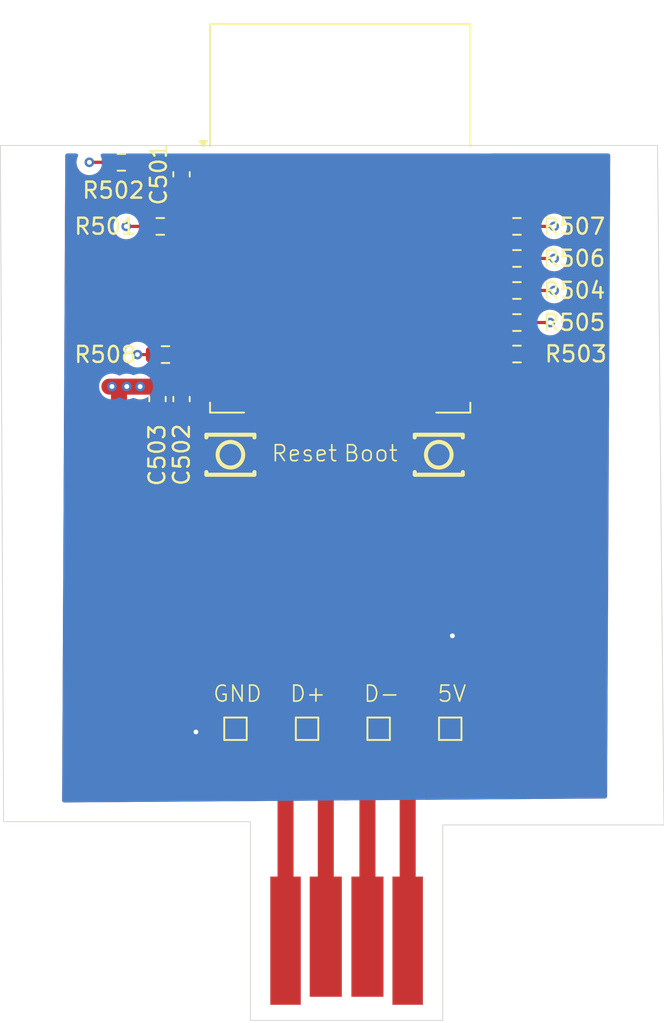
<source format=kicad_pcb>
(kicad_pcb (version 20240108) (generator "pcbnew") (generator_version "8.0")
  (layers (0 "F.Cu" signal) (1 "In1.Cu" power "Ground") (2 "In2.Cu" power "Power") (31 "B.Cu" signal) (34 "B.Paste" user) (35 "F.Paste" user) (36 "B.SilkS" user "B.Silkscreen") (37 "F.SilkS" user "F.Silkscreen") (38 "B.Mask" user) (39 "F.Mask" user) (44 "Edge.Cuts" user))
  (net 0 "")
  (net 1 "Net-(U2-D-)")
  (net 2 "GND")
  (net 3 "Net-(U2-5V)")
  (net 5 "/ESP12F/TXD")
  (net 6 "/ESP12F/3V3")
  (net 8 "/ESP12F/ONEW")
  (net 11 "Net-(U501-GPIO2)")
  (net 12 "/ESP12F/BOOT")
  (net 16 "Net-(U501-GPIO15)")
  (net 18 "/ESP12F/SCL")
  (net 19 "/ESP12F/RXD")
  (net 20 "Net-(U501-EN)")
  (net 21 "/ESP12F/SDA")
  (net 22 "/ESP12F/RST")
  (footprint "RF_Module:ESP-12E" (layer "F.Cu") (at 40.4 28.95)
    (property "Reference" "U501" (hide yes))
    (property "Value" "ESP-12F")
    (fp_line (start -8.12 -12.12) (end 8.12 -12.12) (stroke (width 0.12)) (layer "F.SilkS"))
    (fp_line (start -8.12 -4.5) (end -8.12 -12.12) (stroke (width 0.12)) (layer "F.SilkS"))
    (fp_line (start -8.12 12.12) (end -8.12 11.5) (stroke (width 0.12)) (layer "F.SilkS"))
    (fp_line (start -6 12.12) (end -8.12 12.12) (stroke (width 0.12)) (layer "F.SilkS"))
    (fp_line (start 8.12 -12.12) (end 8.12 -4.5) (stroke (width 0.12)) (layer "F.SilkS"))
    (fp_line (start 8.12 11.5) (end 8.12 12.12) (stroke (width 0.12)) (layer "F.SilkS"))
    (fp_line (start 8.12 12.12) (end 6 12.12) (stroke (width 0.12)) (layer "F.SilkS"))
    (fp_poly (pts (xy -8.55 -4.5) (xy -8.79 -4.836) (xy -8.31 -4.836) (xy -8.55 -4.5)) (stroke (width 0.12)) (fill solid) (layer "F.SilkS"))
    (pad "1" smd rect (at -7.6 -3.5) (size 2.5 1) (layers "F.Cu" "F.Paste" "F.Mask") (net 22 "/ESP12F/RST"))
    (pad "2" smd rect (at -7.6 -1.5) (size 2.5 1) (layers "F.Cu" "F.Paste" "F.Mask"))
    (pad "3" smd rect (at -7.6 0.5) (size 2.5 1) (layers "F.Cu" "F.Paste" "F.Mask") (net 20 "Net-(U501-EN)"))
    (pad "4" smd rect (at -7.6 2.5) (size 2.5 1) (layers "F.Cu" "F.Paste" "F.Mask"))
    (pad "5" smd rect (at -7.6 4.5) (size 2.5 1) (layers "F.Cu" "F.Paste" "F.Mask"))
    (pad "6" smd rect (at -7.6 6.5) (size 2.5 1) (layers "F.Cu" "F.Paste" "F.Mask"))
    (pad "7" smd rect (at -7.6 8.5) (size 2.5 1) (layers "F.Cu" "F.Paste" "F.Mask") (net 8 "/ESP12F/ONEW"))
    (pad "8" smd rect (at -7.6 10.5) (size 2.5 1) (layers "F.Cu" "F.Paste" "F.Mask") (net 6 "/ESP12F/3V3"))
    (pad "9" smd rect (at -5 12) (size 1 1.8) (layers "F.Cu" "F.Paste" "F.Mask"))
    (pad "10" smd rect (at -3 12) (size 1 1.8) (layers "F.Cu" "F.Paste" "F.Mask"))
    (pad "11" smd rect (at -1 12) (size 1 1.8) (layers "F.Cu" "F.Paste" "F.Mask"))
    (pad "12" smd rect (at 1 12) (size 1 1.8) (layers "F.Cu" "F.Paste" "F.Mask"))
    (pad "13" smd rect (at 3 12) (size 1 1.8) (layers "F.Cu" "F.Paste" "F.Mask"))
    (pad "14" smd rect (at 5 12) (size 1 1.8) (layers "F.Cu" "F.Paste" "F.Mask"))
    (pad "15" smd rect (at 7.6 10.5) (size 2.5 1) (layers "F.Cu" "F.Paste" "F.Mask") (net 2 "GND"))
    (pad "16" smd rect (at 7.6 8.5) (size 2.5 1) (layers "F.Cu" "F.Paste" "F.Mask") (net 16 "Net-(U501-GPIO15)"))
    (pad "17" smd rect (at 7.6 6.5) (size 2.5 1) (layers "F.Cu" "F.Paste" "F.Mask") (net 11 "Net-(U501-GPIO2)"))
    (pad "18" smd rect (at 7.6 4.5) (size 2.5 1) (layers "F.Cu" "F.Paste" "F.Mask") (net 12 "/ESP12F/BOOT"))
    (pad "19" smd rect (at 7.6 2.5) (size 2.5 1) (layers "F.Cu" "F.Paste" "F.Mask") (net 21 "/ESP12F/SDA"))
    (pad "20" smd rect (at 7.6 0.5) (size 2.5 1) (layers "F.Cu" "F.Paste" "F.Mask") (net 18 "/ESP12F/SCL"))
    (pad "21" smd rect (at 7.6 -1.5) (size 2.5 1) (layers "F.Cu" "F.Paste" "F.Mask") (net 19 "/ESP12F/RXD"))
    (pad "22" smd rect (at 7.6 -3.5) (size 2.5 1) (layers "F.Cu" "F.Paste" "F.Mask") (net 5 "/ESP12F/TXD"))
    (zone (net 0) (net_name "") (layers "*.Cu") (connect_pads (clearance 0)) (min_thickness 0.254)
      (keepout (tracks not_allowed) (vias not_allowed) (pads not_allowed) (copperpour not_allowed) (footprints not_allowed))
      (fill (thermal_gap 0.508) (thermal_bridge_width 0.508))
      (polygon (pts (xy 32.28 24.15) (xy 48.52 24.15) (xy 48.52 16.83) (xy 32.28 16.83)))
    )
  )
  (footprint "Resistor_SMD:R_0603_1608Metric" (layer "F.Cu") (at 51.425 31.45 180)
    (property "Reference" "R506" (at -3.575 0 0) (layer "F.SilkS"))
    (property "Value" "4.7k")
    (fp_line (start -0.237258 0.5225) (end 0.237258 0.5225) (stroke (width 0.12)) (layer "F.SilkS"))
    (fp_line (start -0.237258 -0.5225) (end 0.237258 -0.5225) (stroke (width 0.12)) (layer "F.SilkS"))
    (pad "1" smd roundrect (at -0.825 0 180) (size 0.8 0.95) (layers "F.Cu" "F.Paste" "F.Mask") (net 6 "/ESP12F/3V3"))
    (pad "2" smd roundrect (at 0.825 0 180) (size 0.8 0.95) (layers "F.Cu" "F.Paste" "F.Mask") (net 21 "/ESP12F/SDA"))
  )
  (footprint "TestPoint:TestPoint_Pad_1.0x1.0mm" (layer "F.Cu") (at 42.8 60.8)
    (property "Reference" "TP3" (hide yes))
    (property "Value" "TestPoint")
    (fp_line (start -0.7 -0.7) (end 0.7 -0.7) (stroke (width 0.12)) (layer "F.SilkS"))
    (fp_line (start -0.7 0.7) (end -0.7 -0.7) (stroke (width 0.12)) (layer "F.SilkS"))
    (fp_line (start 0.7 -0.7) (end 0.7 0.7) (stroke (width 0.12)) (layer "F.SilkS"))
    (fp_line (start 0.7 0.7) (end -0.7 0.7) (stroke (width 0.12)) (layer "F.SilkS"))
    (pad "1" smd rect (at 0 0) (size 1 1) (layers "F.Cu" "F.Mask") (net 1 "Net-(U2-D-)"))
  )
  (footprint "Capacitor_SMD:C_0603_1608Metric" (layer "F.Cu") (at 30.5 26.2 90)
    (property "Reference" "C501" (at 0 -1.43 90) (layer "F.SilkS"))
    (property "Value" "470pf")
    (fp_line (start -0.14058 -0.51) (end 0.14058 -0.51) (stroke (width 0.12)) (layer "F.SilkS"))
    (fp_line (start -0.14058 0.51) (end 0.14058 0.51) (stroke (width 0.12)) (layer "F.SilkS"))
    (pad "1" smd roundrect (at -0.775 0 90) (size 0.9 0.95) (layers "F.Cu" "F.Paste" "F.Mask") (net 2 "GND"))
    (pad "2" smd roundrect (at 0.775 0 90) (size 0.9 0.95) (layers "F.Cu" "F.Paste" "F.Mask") (net 22 "/ESP12F/RST"))
  )
  (footprint "easyeda2kicad:usb-PCB" (layer "F.Cu") (at 40.8 78.925)
    (property "Reference" "U2" (hide yes))
    (property "Value" "~" (hide yes))
    (pad "1" connect rect (at 3.81 -4.9) (size 1.9 8) (layers "F.Cu" "F.Mask") (net 6 "/ESP12F/3V3"))
    (pad "2" connect rect (at 1.3 -5.15) (size 2 7.5) (layers "F.Cu" "F.Mask") (net 1 "Net-(U2-D-)"))
    (pad "3" connect rect (at -1.3 -5.15) (size 2 7.5) (layers "F.Cu" "F.Mask") (net 3 "Net-(U2-5V)"))
    (pad "4" connect rect (at -3.81 -4.9) (size 1.9 8) (layers "F.Cu" "F.Mask") (net 2 "GND"))
  )
  (footprint "Resistor_SMD:R_0603_1608Metric" (layer "F.Cu") (at 51.425 33.45 180)
    (property "Reference" "R504" (at -3.575 0 0) (layer "F.SilkS"))
    (property "Value" "10k")
    (fp_line (start -0.237258 0.5225) (end 0.237258 0.5225) (stroke (width 0.12)) (layer "F.SilkS"))
    (fp_line (start -0.237258 -0.5225) (end 0.237258 -0.5225) (stroke (width 0.12)) (layer "F.SilkS"))
    (pad "1" smd roundrect (at -0.825 0 180) (size 0.8 0.95) (layers "F.Cu" "F.Paste" "F.Mask") (net 6 "/ESP12F/3V3"))
    (pad "2" smd roundrect (at 0.825 0 180) (size 0.8 0.95) (layers "F.Cu" "F.Paste" "F.Mask") (net 12 "/ESP12F/BOOT"))
  )
  (footprint "Resistor_SMD:R_0603_1608Metric" (layer "F.Cu") (at 29.175 29.45)
    (property "Reference" "R501" (at -3.425 0 0) (layer "F.SilkS"))
    (property "Value" "10k")
    (fp_line (start -0.237258 -0.5225) (end 0.237258 -0.5225) (stroke (width 0.12)) (layer "F.SilkS"))
    (fp_line (start -0.237258 0.5225) (end 0.237258 0.5225) (stroke (width 0.12)) (layer "F.SilkS"))
    (pad "1" smd roundrect (at -0.825 0) (size 0.8 0.95) (layers "F.Cu" "F.Paste" "F.Mask") (net 6 "/ESP12F/3V3"))
    (pad "2" smd roundrect (at 0.825 0) (size 0.8 0.95) (layers "F.Cu" "F.Paste" "F.Mask") (net 20 "Net-(U501-EN)"))
  )
  (footprint "Capacitor_SMD:C_0603_1608Metric" (layer "F.Cu") (at 30.5 40.225 -90)
    (property "Reference" "C502" (at 3.475 0 90) (layer "F.SilkS"))
    (property "Value" "10uf")
    (fp_line (start -0.14058 0.51) (end 0.14058 0.51) (stroke (width 0.12)) (layer "F.SilkS"))
    (fp_line (start -0.14058 -0.51) (end 0.14058 -0.51) (stroke (width 0.12)) (layer "F.SilkS"))
    (pad "1" smd roundrect (at -0.775 0 270) (size 0.9 0.95) (layers "F.Cu" "F.Paste" "F.Mask") (net 6 "/ESP12F/3V3"))
    (pad "2" smd roundrect (at 0.775 0 270) (size 0.9 0.95) (layers "F.Cu" "F.Paste" "F.Mask") (net 2 "GND"))
  )
  (footprint "Resistor_SMD:R_0603_1608Metric" (layer "F.Cu") (at 51.428507 37.41539)
    (property "Reference" "R503" (at 3.675 0 0) (layer "F.SilkS"))
    (property "Value" "10k")
    (fp_line (start -0.237258 -0.5225) (end 0.237258 -0.5225) (stroke (width 0.12)) (layer "F.SilkS"))
    (fp_line (start -0.237258 0.5225) (end 0.237258 0.5225) (stroke (width 0.12)) (layer "F.SilkS"))
    (pad "1" smd roundrect (at -0.825 0) (size 0.8 0.95) (layers "F.Cu" "F.Paste" "F.Mask") (net 16 "Net-(U501-GPIO15)"))
    (pad "2" smd roundrect (at 0.825 0) (size 0.8 0.95) (layers "F.Cu" "F.Paste" "F.Mask") (net 2 "GND"))
  )
  (footprint "easyeda2kicad:KEY-SMD_B3U-1000PM" (layer "F.Cu") (at 46.55 43.7)
    (property "Reference" "SW502" (hide yes))
    (property "Value" "B3U-1000P")
    (fp_line (start -1.5 -1.25) (end 1.5 -1.25) (stroke (width 0.25)) (layer "F.SilkS"))
    (fp_line (start -1.5 -1.25) (end 1.5 -1.25) (stroke (width 0.25)) (layer "F.SilkS"))
    (fp_line (start -1.5 -1.08) (end -1.5 -1.25) (stroke (width 0.25)) (layer "F.SilkS"))
    (fp_line (start -1.5 1.25) (end -1.5 1.08) (stroke (width 0.25)) (layer "F.SilkS"))
    (fp_line (start -1.5 1.25) (end 1.5 1.25) (stroke (width 0.25)) (layer "F.SilkS"))
    (fp_line (start 1.5 -1.25) (end 1.5 -1.08) (stroke (width 0.25)) (layer "F.SilkS"))
    (fp_line (start 1.5 1.08) (end 1.5 1.25) (stroke (width 0.25)) (layer "F.SilkS"))
    (fp_line (start 1.5 1.25) (end -1.5 1.25) (stroke (width 0.25)) (layer "F.SilkS"))
    (fp_circle (center 0 0) (end 0.8 0) (stroke (width 0.25)) (fill none) (layer "F.SilkS"))
    (pad "1" smd rect (at -1.7 0) (size 0.8 1.7) (layers "F.Cu" "F.Paste" "F.Mask") (net 12 "/ESP12F/BOOT"))
    (pad "2" smd rect (at 1.7 0) (size 0.8 1.7) (layers "F.Cu" "F.Paste" "F.Mask") (net 2 "GND"))
  )
  (footprint "Resistor_SMD:R_0603_1608Metric" (layer "F.Cu") (at 26.75 25.45)
    (property "Reference" "R502" (at -0.5 1.75 0) (layer "F.SilkS"))
    (property "Value" "10k")
    (fp_line (start -0.237258 -0.5225) (end 0.237258 -0.5225) (stroke (width 0.12)) (layer "F.SilkS"))
    (fp_line (start -0.237258 0.5225) (end 0.237258 0.5225) (stroke (width 0.12)) (layer "F.SilkS"))
    (pad "1" smd roundrect (at -0.825 0) (size 0.8 0.95) (layers "F.Cu" "F.Paste" "F.Mask") (net 6 "/ESP12F/3V3"))
    (pad "2" smd roundrect (at 0.825 0) (size 0.8 0.95) (layers "F.Cu" "F.Paste" "F.Mask") (net 22 "/ESP12F/RST"))
  )
  (footprint "Resistor_SMD:R_0603_1608Metric" (layer "F.Cu") (at 51.425 29.45 180)
    (property "Reference" "R507" (at -3.575 0 0) (layer "F.SilkS"))
    (property "Value" "4.7k")
    (fp_line (start -0.237258 0.5225) (end 0.237258 0.5225) (stroke (width 0.12)) (layer "F.SilkS"))
    (fp_line (start -0.237258 -0.5225) (end 0.237258 -0.5225) (stroke (width 0.12)) (layer "F.SilkS"))
    (pad "1" smd roundrect (at -0.825 0 180) (size 0.8 0.95) (layers "F.Cu" "F.Paste" "F.Mask") (net 6 "/ESP12F/3V3"))
    (pad "2" smd roundrect (at 0.825 0 180) (size 0.8 0.95) (layers "F.Cu" "F.Paste" "F.Mask") (net 18 "/ESP12F/SCL"))
  )
  (footprint "TestPoint:TestPoint_Pad_1.0x1.0mm" (layer "F.Cu") (at 38.333334 60.8)
    (property "Reference" "TP2" (hide yes))
    (property "Value" "TestPoint")
    (fp_line (start -0.7 -0.7) (end 0.7 -0.7) (stroke (width 0.12)) (layer "F.SilkS"))
    (fp_line (start -0.7 0.7) (end -0.7 -0.7) (stroke (width 0.12)) (layer "F.SilkS"))
    (fp_line (start 0.7 -0.7) (end 0.7 0.7) (stroke (width 0.12)) (layer "F.SilkS"))
    (fp_line (start 0.7 0.7) (end -0.7 0.7) (stroke (width 0.12)) (layer "F.SilkS"))
    (pad "1" smd rect (at 0 0) (size 1 1) (layers "F.Cu" "F.Mask") (net 3 "Net-(U2-5V)"))
  )
  (footprint "easyeda2kicad:KEY-SMD_B3U-1000PM" (layer "F.Cu") (at 33.55 43.7)
    (property "Reference" "SW501" (hide yes))
    (property "Value" "B3U-1000P")
    (fp_line (start -1.5 -1.25) (end 1.5 -1.25) (stroke (width 0.25)) (layer "F.SilkS"))
    (fp_line (start -1.5 -1.25) (end 1.5 -1.25) (stroke (width 0.25)) (layer "F.SilkS"))
    (fp_line (start -1.5 -1.08) (end -1.5 -1.25) (stroke (width 0.25)) (layer "F.SilkS"))
    (fp_line (start -1.5 1.25) (end -1.5 1.08) (stroke (width 0.25)) (layer "F.SilkS"))
    (fp_line (start -1.5 1.25) (end 1.5 1.25) (stroke (width 0.25)) (layer "F.SilkS"))
    (fp_line (start 1.5 -1.25) (end 1.5 -1.08) (stroke (width 0.25)) (layer "F.SilkS"))
    (fp_line (start 1.5 1.08) (end 1.5 1.25) (stroke (width 0.25)) (layer "F.SilkS"))
    (fp_line (start 1.5 1.25) (end -1.5 1.25) (stroke (width 0.25)) (layer "F.SilkS"))
    (fp_circle (center 0 0) (end 0.8 0) (stroke (width 0.25)) (fill none) (layer "F.SilkS"))
    (pad "1" smd rect (at -1.7 0) (size 0.8 1.7) (layers "F.Cu" "F.Paste" "F.Mask") (net 2 "GND"))
    (pad "2" smd rect (at 1.7 0) (size 0.8 1.7) (layers "F.Cu" "F.Paste" "F.Mask") (net 22 "/ESP12F/RST"))
  )
  (footprint "TestPoint:TestPoint_Pad_1.0x1.0mm" (layer "F.Cu") (at 47.266668 60.8)
    (property "Reference" "TP4" (hide yes))
    (property "Value" "TestPoint")
    (fp_line (start -0.7 -0.7) (end 0.7 -0.7) (stroke (width 0.12)) (layer "F.SilkS"))
    (fp_line (start -0.7 0.7) (end -0.7 -0.7) (stroke (width 0.12)) (layer "F.SilkS"))
    (fp_line (start 0.7 -0.7) (end 0.7 0.7) (stroke (width 0.12)) (layer "F.SilkS"))
    (fp_line (start 0.7 0.7) (end -0.7 0.7) (stroke (width 0.12)) (layer "F.SilkS"))
    (pad "1" smd rect (at 0 0) (size 1 1) (layers "F.Cu" "F.Mask") (net 6 "/ESP12F/3V3"))
  )
  (footprint "Resistor_SMD:R_0603_1608Metric" (layer "F.Cu") (at 29.5 37.45)
    (property "Reference" "R508" (at -3.75 0 0) (layer "F.SilkS"))
    (property "Value" "4.7k")
    (fp_line (start -0.237258 -0.5225) (end 0.237258 -0.5225) (stroke (width 0.12)) (layer "F.SilkS"))
    (fp_line (start -0.237258 0.5225) (end 0.237258 0.5225) (stroke (width 0.12)) (layer "F.SilkS"))
    (pad "1" smd roundrect (at -0.825 0) (size 0.8 0.95) (layers "F.Cu" "F.Paste" "F.Mask") (net 6 "/ESP12F/3V3"))
    (pad "2" smd roundrect (at 0.825 0) (size 0.8 0.95) (layers "F.Cu" "F.Paste" "F.Mask") (net 8 "/ESP12F/ONEW"))
  )
  (footprint "Resistor_SMD:R_0603_1608Metric" (layer "F.Cu") (at 51.425 35.45 180)
    (property "Reference" "R505" (at -3.575 0 0) (layer "F.SilkS"))
    (property "Value" "10k")
    (fp_line (start -0.237258 0.5225) (end 0.237258 0.5225) (stroke (width 0.12)) (layer "F.SilkS"))
    (fp_line (start -0.237258 -0.5225) (end 0.237258 -0.5225) (stroke (width 0.12)) (layer "F.SilkS"))
    (pad "1" smd roundrect (at -0.825 0 180) (size 0.8 0.95) (layers "F.Cu" "F.Paste" "F.Mask") (net 6 "/ESP12F/3V3"))
    (pad "2" smd roundrect (at 0.825 0 180) (size 0.8 0.95) (layers "F.Cu" "F.Paste" "F.Mask") (net 11 "Net-(U501-GPIO2)"))
  )
  (footprint "Capacitor_SMD:C_0603_1608Metric" (layer "F.Cu") (at 29 40.225 -90)
    (property "Reference" "C503" (at 3.5 0.025 90) (layer "F.SilkS"))
    (property "Value" "100nf")
    (fp_line (start -0.14058 0.51) (end 0.14058 0.51) (stroke (width 0.12)) (layer "F.SilkS"))
    (fp_line (start -0.14058 -0.51) (end 0.14058 -0.51) (stroke (width 0.12)) (layer "F.SilkS"))
    (pad "1" smd roundrect (at -0.775 0 270) (size 0.9 0.95) (layers "F.Cu" "F.Paste" "F.Mask") (net 6 "/ESP12F/3V3"))
    (pad "2" smd roundrect (at 0.775 0 270) (size 0.9 0.95) (layers "F.Cu" "F.Paste" "F.Mask") (net 2 "GND"))
  )
  (footprint "TestPoint:TestPoint_Pad_1.0x1.0mm" (layer "F.Cu") (at 33.866668 60.8)
    (property "Reference" "TP1" (hide yes))
    (property "Value" "TestPoint")
    (fp_line (start -0.7 -0.7) (end 0.7 -0.7) (stroke (width 0.12)) (layer "F.SilkS"))
    (fp_line (start -0.7 0.7) (end -0.7 -0.7) (stroke (width 0.12)) (layer "F.SilkS"))
    (fp_line (start 0.7 -0.7) (end 0.7 0.7) (stroke (width 0.12)) (layer "F.SilkS"))
    (fp_line (start 0.7 0.7) (end -0.7 0.7) (stroke (width 0.12)) (layer "F.SilkS"))
    (pad "1" smd rect (at 0 0) (size 1 1) (layers "F.Cu" "F.Mask") (net 2 "GND"))
  )
  (gr_poly (pts (xy 34.8 79) (xy 46.8 79) (xy 46.8 66.8) (xy 60.6 66.8) (xy 60.2 24.4) (xy 19.2 24.4) (xy 19.4 66.6) (xy 34.8 66.6)) (stroke (width 0.05)) (fill none) (layer "Edge.Cuts"))
  (gr_text "5V" (at 46.4 59.2 0) (layer "F.SilkS") (effects (font (size 1 1) (thickness 0.1)) (justify left bottom)))
  (gr_text "D-" (at 41.8 59.2 0) (layer "F.SilkS") (effects (font (size 1 1) (thickness 0.1)) (justify left bottom)))
  (gr_text "Boot" (at 40.55 44.2 0) (layer "F.SilkS") (effects (font (size 1 1) (thickness 0.1)) (justify left bottom)))
  (gr_text "GND\n" (at 32.4 59.2 0) (layer "F.SilkS") (effects (font (size 1 1) (thickness 0.1)) (justify left bottom)))
  (gr_text "Reset" (at 36.05 44.2 0) (layer "F.SilkS") (effects (font (size 1 1) (thickness 0.1)) (justify left bottom)))
  (gr_text "D+" (at 37.2 59.2 0) (layer "F.SilkS") (effects (font (size 1 1) (thickness 0.1)) (justify left bottom)))
  (segment (start 42.1 73.775) (end 42.1 61.5) (width 1) (layer "F.Cu") (net 1))
  (segment (start 42.1 61.5) (end 42.8 60.8) (width 1) (layer "F.Cu") (net 1))
  (segment (start 36.99 63.923332) (end 33.866668 60.8) (width 1) (layer "F.Cu") (net 2))
  (segment (start 36.99 74.025) (end 36.99 63.923332) (width 1) (layer "F.Cu") (net 2))
  (via (at 47.4 55) (size 0.6) (drill 0.3) (layers "F.Cu" "B.Cu") (net 2))
  (via (at 31.4 61) (size 0.6) (drill 0.3) (layers "F.Cu" "B.Cu") (net 2))
  (segment (start 39.5 73.775) (end 39.5 61.966666) (width 1) (layer "F.Cu") (net 3))
  (segment (start 39.5 61.966666) (end 38.333334 60.8) (width 1) (layer "F.Cu") (net 3))
  (segment (start 26.6 39.45) (end 26 39.45) (width 1) (layer "F.Cu") (net 6))
  (segment (start 44.61 63.456668) (end 47.266668 60.8) (width 1) (layer "F.Cu") (net 6))
  (segment (start 28.35 29.45) (end 27.05 29.45) (width 0.2) (layer "F.Cu") (net 6))
  (segment (start 45.766668 60.8) (end 26.6 41.633332) (width 1) (layer "F.Cu") (net 6))
  (segment (start 44.61 74.025) (end 44.61 63.456668) (width 1) (layer "F.Cu") (net 6))
  (segment (start 47.266668 60.8) (end 45.766668 60.8) (width 1) (layer "F.Cu") (net 6))
  (segment (start 32.8 39.45) (end 26.6 39.45) (width 1) (layer "F.Cu") (net 6))
  (segment (start 28.675 37.45) (end 27.75 37.45) (width 0.2) (layer "F.Cu") (net 6))
  (segment (start 52.25 29.45) (end 53.75 29.45) (width 0.2) (layer "F.Cu") (net 6))
  (segment (start 52.25 33.45) (end 53.75 33.45) (width 0.2) (layer "F.Cu") (net 6))
  (segment (start 26.6 41.633332) (end 26.6 39.45) (width 1) (layer "F.Cu") (net 6))
  (segment (start 52.25 35.45) (end 53.5 35.45) (width 0.2) (layer "F.Cu") (net 6))
  (segment (start 52.25 31.45) (end 53.75 31.45) (width 0.2) (layer "F.Cu") (net 6))
  (segment (start 25.925 25.45) (end 24.75 25.45) (width 0.2) (layer "F.Cu") (net 6))
  (via (at 53.75 31.45) (size 0.6) (drill 0.3) (layers "F.Cu" "B.Cu") (net 6))
  (via (at 53.5 35.45) (size 0.6) (drill 0.3) (layers "F.Cu" "B.Cu") (net 6))
  (via (at 26.162198 39.440704) (size 0.6) (drill 0.3) (layers "F.Cu" "B.Cu") (net 6))
  (via (at 53.75 29.45) (size 0.6) (drill 0.3) (layers "F.Cu" "B.Cu") (net 6))
  (via (at 27.75 37.45) (size 0.6) (drill 0.3) (layers "F.Cu" "B.Cu") (net 6))
  (via (at 53.75 33.45) (size 0.6) (drill 0.3) (layers "F.Cu" "B.Cu") (net 6))
  (via (at 24.75 25.45) (size 0.6) (drill 0.3) (layers "F.Cu" "B.Cu") (net 6))
  (via (at 27.084898 39.440704) (size 0.6) (drill 0.3) (layers "F.Cu" "B.Cu") (net 6))
  (via (at 27.91853 39.444501) (size 0.6) (drill 0.3) (layers "F.Cu" "B.Cu") (net 6))
  (via (at 27.05 29.45) (size 0.6) (drill 0.3) (layers "F.Cu" "B.Cu") (net 6))
  (segment (start 30.325 37.45) (end 32.8 37.45) (width 0.2) (layer "F.Cu") (net 8))
  (segment (start 50.6 35.45) (end 48 35.45) (width 0.2) (layer "F.Cu") (net 11))
  (segment (start 44.673 43.523) (end 44.673 34.577) (width 0.2) (layer "F.Cu") (net 12))
  (segment (start 50.6 33.45) (end 48 33.45) (width 0.2) (layer "F.Cu") (net 12))
  (segment (start 44.673 34.577) (end 45.8 33.45) (width 0.2) (layer "F.Cu") (net 12))
  (segment (start 45.8 33.45) (end 48 33.45) (width 0.2) (layer "F.Cu") (net 12))
  (segment (start 44.85 43.7) (end 44.673 43.523) (width 0.2) (layer "F.Cu") (net 12))
  (segment (start 48 37.45) (end 50.568897 37.45) (width 0.2) (layer "F.Cu") (net 16))
  (segment (start 50.568897 37.45) (end 50.603507 37.41539) (width 0.2) (layer "F.Cu") (net 16))
  (segment (start 50.6 29.45) (end 48 29.45) (width 0.2) (layer "F.Cu") (net 18))
  (segment (start 30 29.45) (end 32.8 29.45) (width 0.2) (layer "F.Cu") (net 20))
  (segment (start 50.6 31.45) (end 48 31.45) (width 0.2) (layer "F.Cu") (net 21))
  (segment (start 33.55 25.45) (end 32.8 25.45) (width 0.2) (layer "F.Cu") (net 22))
  (segment (start 36.127 28.027) (end 33.55 25.45) (width 0.2) (layer "F.Cu") (net 22))
  (segment (start 30.5 25.425) (end 27.6 25.425) (width 0.2) (layer "F.Cu") (net 22))
  (segment (start 35.25 43.7) (end 36.127 42.823) (width 0.2) (layer "F.Cu") (net 22))
  (segment (start 36.127 42.823) (end 36.127 28.027) (width 0.2) (layer "F.Cu") (net 22))
  (segment (start 30.5 25.425) (end 32.775 25.425) (width 0.2) (layer "F.Cu") (net 22))
  (zone (net 2) (net_name "GND") (layers "F.Cu" "In1.Cu" "In2.Cu" "B.Cu") (priority 12) (connect_pads (clearance 0.5)) (min_thickness 0.25) (fill yes (thermal_gap 0.5) (thermal_bridge_width 0.5))
    (polygon (pts (xy 23.25 24.7) (xy 57.25 24.7) (xy 57.05 65.15) (xy 23.05 65.4)))
  )
)
</source>
